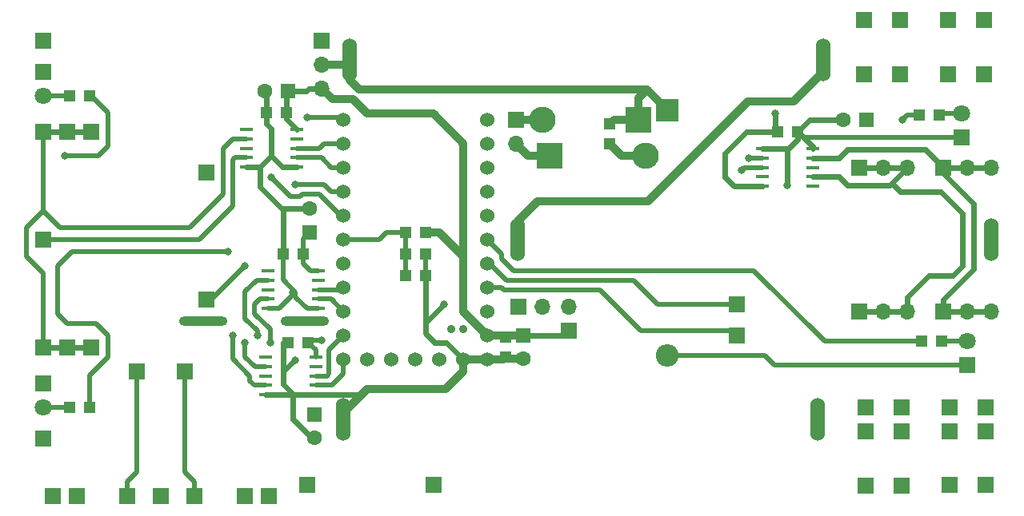
<source format=gbr>
%TF.GenerationSoftware,KiCad,Pcbnew,(5.1.6-0-10_14)*%
%TF.CreationDate,2020-10-26T13:49:44+01:00*%
%TF.ProjectId,bolidjs,626f6c69-646a-4732-9e6b-696361645f70,1.0*%
%TF.SameCoordinates,Original*%
%TF.FileFunction,Copper,L2,Bot*%
%TF.FilePolarity,Positive*%
%FSLAX46Y46*%
G04 Gerber Fmt 4.6, Leading zero omitted, Abs format (unit mm)*
G04 Created by KiCad (PCBNEW (5.1.6-0-10_14)) date 2020-10-26 13:49:44*
%MOMM*%
%LPD*%
G01*
G04 APERTURE LIST*
%TA.AperFunction,ComponentPad*%
%ADD10R,1.700000X1.700000*%
%TD*%
%TA.AperFunction,ComponentPad*%
%ADD11O,5.100000X1.000000*%
%TD*%
%TA.AperFunction,ComponentPad*%
%ADD12C,0.822960*%
%TD*%
%TA.AperFunction,SMDPad,CuDef*%
%ADD13R,1.200000X1.200000*%
%TD*%
%TA.AperFunction,ComponentPad*%
%ADD14O,1.700000X1.700000*%
%TD*%
%TA.AperFunction,ComponentPad*%
%ADD15C,0.914400*%
%TD*%
%TA.AperFunction,ComponentPad*%
%ADD16C,1.524000*%
%TD*%
%TA.AperFunction,ComponentPad*%
%ADD17R,1.600000X1.600000*%
%TD*%
%TA.AperFunction,ComponentPad*%
%ADD18C,1.600000*%
%TD*%
%TA.AperFunction,ComponentPad*%
%ADD19R,1.800000X1.800000*%
%TD*%
%TA.AperFunction,ComponentPad*%
%ADD20C,1.800000*%
%TD*%
%TA.AperFunction,SMDPad,CuDef*%
%ADD21R,1.391399X0.456400*%
%TD*%
%TA.AperFunction,ComponentPad*%
%ADD22O,1.524000X4.572000*%
%TD*%
%TA.AperFunction,ComponentPad*%
%ADD23R,2.400000X2.400000*%
%TD*%
%TA.AperFunction,ComponentPad*%
%ADD24O,2.400000X2.400000*%
%TD*%
%TA.AperFunction,ComponentPad*%
%ADD25R,2.800000X2.800000*%
%TD*%
%TA.AperFunction,ComponentPad*%
%ADD26O,2.800000X2.800000*%
%TD*%
%TA.AperFunction,ViaPad*%
%ADD27C,0.800000*%
%TD*%
%TA.AperFunction,Conductor*%
%ADD28C,0.812800*%
%TD*%
%TA.AperFunction,Conductor*%
%ADD29C,0.609600*%
%TD*%
%TA.AperFunction,Conductor*%
%ADD30C,0.508000*%
%TD*%
G04 APERTURE END LIST*
D10*
%TO.P,J58,1*%
%TO.N,Net-(J37-Pad1)*%
X175895000Y-93980000D03*
%TD*%
%TO.P,J57,1*%
%TO.N,Net-(J32-Pad1)*%
X163195000Y-93980000D03*
%TD*%
%TO.P,J56,1*%
%TO.N,Net-(J56-Pad1)*%
X117475000Y-102235000D03*
%TD*%
%TO.P,J55,1*%
%TO.N,Net-(J55-Pad1)*%
X104140000Y-102235000D03*
%TD*%
%TO.P,J54,1*%
%TO.N,Net-(J40-Pad1)*%
X167005000Y-93980000D03*
%TD*%
%TO.P,J53,1*%
%TO.N,Net-(J52-Pad1)*%
X166878000Y-58674000D03*
%TD*%
%TO.P,J52,1*%
%TO.N,Net-(J52-Pad1)*%
X166878000Y-52959000D03*
%TD*%
%TO.P,J50,1*%
%TO.N,Net-(J49-Pad1)*%
X163068000Y-58674000D03*
%TD*%
%TO.P,J49,1*%
%TO.N,Net-(J49-Pad1)*%
X163068000Y-52959000D03*
%TD*%
%TO.P,J47,1*%
%TO.N,Net-(J46-Pad1)*%
X171958000Y-58674000D03*
%TD*%
%TO.P,J46,1*%
%TO.N,Net-(J46-Pad1)*%
X171958000Y-52959000D03*
%TD*%
%TO.P,J45,1*%
%TO.N,Net-(J44-Pad1)*%
X175768000Y-58674000D03*
%TD*%
%TO.P,J44,1*%
%TO.N,Net-(J44-Pad1)*%
X175768000Y-52959000D03*
%TD*%
%TO.P,J43,1*%
%TO.N,Net-(J38-Pad1)*%
X172085000Y-93980000D03*
%TD*%
%TO.P,J42,1*%
%TO.N,Net-(J37-Pad1)*%
X175895000Y-102235000D03*
%TD*%
%TO.P,J41,1*%
%TO.N,Net-(J40-Pad1)*%
X167005000Y-96520000D03*
%TD*%
%TO.P,J40,1*%
%TO.N,Net-(J40-Pad1)*%
X167005000Y-102311200D03*
%TD*%
%TO.P,J39,1*%
%TO.N,Net-(J38-Pad1)*%
X172085000Y-96520000D03*
%TD*%
%TO.P,J38,1*%
%TO.N,Net-(J38-Pad1)*%
X172085000Y-102235000D03*
%TD*%
%TO.P,J37,1*%
%TO.N,Net-(J37-Pad1)*%
X175895000Y-96520000D03*
%TD*%
%TO.P,J33,1*%
%TO.N,Net-(J32-Pad1)*%
X163195000Y-102313000D03*
%TD*%
%TO.P,J32,1*%
%TO.N,Net-(J32-Pad1)*%
X163195000Y-96520000D03*
%TD*%
%TO.P,J31,1*%
%TO.N,Net-(J3-Pad1)*%
X79756000Y-103378000D03*
%TD*%
%TO.P,J30,1*%
%TO.N,Net-(J3-Pad1)*%
X97536000Y-103378000D03*
%TD*%
D11*
%TO.P,M1,6*%
%TO.N,N/C*%
X103886000Y-84836000D03*
%TO.P,M1,5*%
X93081600Y-84836000D03*
D12*
%TO.P,M1,4*%
%TO.N,Net-(M1-Pad4)*%
X100196000Y-87172800D03*
%TO.P,M1,3*%
%TO.N,Net-(M1-Pad3)*%
X98866000Y-86360000D03*
%TO.P,M1,2*%
%TO.N,Net-(M1-Pad2)*%
X97536000Y-87172800D03*
%TO.P,M1,1*%
%TO.N,Net-(M1-Pad1)*%
X96206000Y-86360000D03*
%TD*%
D13*
%TO.P,R7,1*%
%TO.N,+BATT*%
X136144000Y-63974000D03*
%TO.P,R7,2*%
%TO.N,Net-(D5-Pad2)*%
X136144000Y-66074000D03*
%TD*%
D14*
%TO.P,J14,3*%
%TO.N,Net-(J12-Pad1)*%
X176530000Y-68580000D03*
%TO.P,J14,2*%
X173990000Y-68580000D03*
D10*
%TO.P,J14,1*%
X171450000Y-68580000D03*
%TD*%
D14*
%TO.P,J13,3*%
%TO.N,Net-(J11-Pad1)*%
X167640000Y-68580000D03*
%TO.P,J13,2*%
X165100000Y-68580000D03*
D10*
%TO.P,J13,1*%
X162560000Y-68580000D03*
%TD*%
D14*
%TO.P,J12,3*%
%TO.N,Net-(J12-Pad1)*%
X176530000Y-83820000D03*
%TO.P,J12,2*%
X173990000Y-83820000D03*
D10*
%TO.P,J12,1*%
X171450000Y-83820000D03*
%TD*%
D14*
%TO.P,J11,3*%
%TO.N,Net-(J11-Pad1)*%
X167640000Y-83820000D03*
%TO.P,J11,2*%
X165100000Y-83820000D03*
D10*
%TO.P,J11,1*%
X162560000Y-83820000D03*
%TD*%
D15*
%TO.P,U1,29*%
%TO.N,N/C*%
X119380000Y-85725000D03*
%TO.P,U1,28*%
X120650000Y-85725000D03*
D16*
%TO.P,U1,27*%
%TO.N,/D22*%
X123190000Y-63500000D03*
%TO.P,U1,26*%
%TO.N,/D20*%
X123190000Y-66040000D03*
%TO.P,U1,25*%
%TO.N,/D19*%
X123190000Y-68580000D03*
%TO.P,U1,24*%
%TO.N,/D18*%
X123190000Y-71120000D03*
%TO.P,U1,23*%
%TO.N,/D17*%
X123190000Y-73660000D03*
%TO.P,U1,22*%
%TO.N,/D16*%
X123190000Y-76200000D03*
%TO.P,U1,21*%
%TO.N,/D15*%
X123190000Y-78740000D03*
%TO.P,U1,20*%
%TO.N,/D14*%
X123190000Y-81280000D03*
%TO.P,U1,19*%
%TO.N,VDD*%
X123190000Y-83820000D03*
%TO.P,U1,18*%
%TO.N,VCC*%
X123190000Y-86360000D03*
%TO.P,U1,17*%
%TO.N,GND*%
X123190000Y-88900000D03*
%TO.P,U1,16*%
X120650000Y-88900000D03*
%TO.P,U1,15*%
%TO.N,VCC*%
X118110000Y-88900000D03*
%TO.P,U1,14*%
%TO.N,/D7*%
X115570000Y-88900000D03*
%TO.P,U1,13*%
%TO.N,/D8*%
X113030000Y-88900000D03*
%TO.P,U1,12*%
%TO.N,/D6*%
X110490000Y-88900000D03*
%TO.P,U1,11*%
%TO.N,/D11*%
X107950000Y-88900000D03*
%TO.P,U1,10*%
%TO.N,/D5*%
X107950000Y-86360000D03*
%TO.P,U1,9*%
%TO.N,/D4*%
X107950000Y-83820000D03*
%TO.P,U1,8*%
%TO.N,/D3*%
X107950000Y-81280000D03*
%TO.P,U1,7*%
%TO.N,/D31*%
X107950000Y-78740000D03*
%TO.P,U1,6*%
%TO.N,/D30*%
X107950000Y-76200000D03*
%TO.P,U1,5*%
%TO.N,/D29*%
X107950000Y-73660000D03*
%TO.P,U1,4*%
%TO.N,/D28*%
X107950000Y-71120000D03*
%TO.P,U1,3*%
%TO.N,/D27*%
X107950000Y-68580000D03*
%TO.P,U1,2*%
%TO.N,/D26*%
X107950000Y-66040000D03*
%TO.P,U1,1*%
%TO.N,/D25*%
X107950000Y-63500000D03*
%TD*%
D13*
%TO.P,C3,1*%
%TO.N,VCC*%
X101888000Y-62738000D03*
%TO.P,C3,2*%
%TO.N,GND*%
X99788000Y-62738000D03*
%TD*%
D17*
%TO.P,C4,1*%
%TO.N,VCC*%
X104902000Y-94742000D03*
D18*
%TO.P,C4,2*%
%TO.N,GND*%
X104902000Y-97242000D03*
%TD*%
%TO.P,C5,2*%
%TO.N,GND*%
X160822000Y-63500000D03*
D17*
%TO.P,C5,1*%
%TO.N,VCC*%
X163322000Y-63500000D03*
%TD*%
%TO.P,C6,1*%
%TO.N,VCC*%
X102108000Y-60452000D03*
D18*
%TO.P,C6,2*%
%TO.N,GND*%
X99608000Y-60452000D03*
%TD*%
%TO.P,C7,2*%
%TO.N,GND*%
X104394000Y-72938000D03*
D17*
%TO.P,C7,1*%
%TO.N,VCC*%
X104394000Y-75438000D03*
%TD*%
D18*
%TO.P,C8,2*%
%TO.N,GND*%
X127000000Y-88860000D03*
D17*
%TO.P,C8,1*%
%TO.N,VCC*%
X127000000Y-86360000D03*
%TD*%
D13*
%TO.P,C9,2*%
%TO.N,GND*%
X155990000Y-64770000D03*
%TO.P,C9,1*%
%TO.N,VCC*%
X153890000Y-64770000D03*
%TD*%
%TO.P,C10,1*%
%TO.N,VCC*%
X125095000Y-86580000D03*
%TO.P,C10,2*%
%TO.N,GND*%
X125095000Y-88680000D03*
%TD*%
%TO.P,C11,2*%
%TO.N,GND*%
X102074000Y-87122000D03*
%TO.P,C11,1*%
%TO.N,VCC*%
X104174000Y-87122000D03*
%TD*%
%TO.P,C12,1*%
%TO.N,VCC*%
X103666000Y-77724000D03*
%TO.P,C12,2*%
%TO.N,GND*%
X101566000Y-77724000D03*
%TD*%
%TO.P,C13,2*%
%TO.N,GND*%
X116620000Y-77724000D03*
%TO.P,C13,1*%
%TO.N,/D30*%
X114520000Y-77724000D03*
%TD*%
D19*
%TO.P,D1,1*%
%TO.N,GND*%
X173355000Y-65405000D03*
D20*
%TO.P,D1,2*%
%TO.N,Net-(D1-Pad2)*%
X173355000Y-62865000D03*
%TD*%
%TO.P,D2,2*%
%TO.N,Net-(D2-Pad2)*%
X173990000Y-86995000D03*
D19*
%TO.P,D2,1*%
%TO.N,GND*%
X173990000Y-89535000D03*
%TD*%
%TO.P,D3,1*%
%TO.N,GND*%
X76200000Y-58420000D03*
D20*
%TO.P,D3,2*%
%TO.N,Net-(D3-Pad2)*%
X76200000Y-60960000D03*
%TD*%
%TO.P,D4,2*%
%TO.N,Net-(D4-Pad2)*%
X76200000Y-93980000D03*
D19*
%TO.P,D4,1*%
%TO.N,GND*%
X76200000Y-91440000D03*
%TD*%
D14*
%TO.P,J1,2*%
%TO.N,Net-(D5-Pad1)*%
X126238000Y-66040000D03*
D10*
%TO.P,J1,1*%
%TO.N,GND*%
X126238000Y-63500000D03*
%TD*%
%TO.P,J3,1*%
%TO.N,Net-(J3-Pad1)*%
X100076000Y-103378000D03*
%TD*%
%TO.P,J4,1*%
%TO.N,Net-(J3-Pad1)*%
X77216000Y-103378000D03*
%TD*%
%TO.P,J5,1*%
%TO.N,Net-(J3-Pad1)*%
X88646000Y-103378000D03*
%TD*%
%TO.P,J6,1*%
%TO.N,Net-(J6-Pad1)*%
X86106000Y-90170000D03*
%TD*%
%TO.P,J7,1*%
%TO.N,Net-(J6-Pad1)*%
X85090000Y-103378000D03*
%TD*%
%TO.P,J8,1*%
%TO.N,Net-(J8-Pad1)*%
X92202000Y-103378000D03*
%TD*%
%TO.P,J9,1*%
%TO.N,Net-(J8-Pad1)*%
X91186000Y-90170000D03*
%TD*%
%TO.P,J17,1*%
%TO.N,Net-(J17-Pad1)*%
X81280000Y-87630000D03*
%TD*%
%TO.P,J18,1*%
%TO.N,Net-(J17-Pad1)*%
X76200000Y-87630000D03*
%TD*%
%TO.P,J19,1*%
%TO.N,Net-(J17-Pad1)*%
X78740000Y-87630000D03*
%TD*%
%TO.P,J20,1*%
%TO.N,Net-(J17-Pad1)*%
X81280000Y-64770000D03*
%TD*%
%TO.P,J21,1*%
%TO.N,Net-(J17-Pad1)*%
X78740000Y-64770000D03*
%TD*%
%TO.P,J22,1*%
%TO.N,Net-(J17-Pad1)*%
X76200000Y-64770000D03*
%TD*%
%TO.P,J23,1*%
%TO.N,Net-(J23-Pad1)*%
X76200000Y-76200000D03*
%TD*%
D14*
%TO.P,J24,2*%
%TO.N,GND*%
X131826000Y-83312000D03*
D10*
%TO.P,J24,1*%
%TO.N,VCC*%
X131826000Y-85852000D03*
%TD*%
%TO.P,J25,1*%
%TO.N,/D14*%
X149606000Y-86360000D03*
%TD*%
%TO.P,J26,1*%
%TO.N,/D29*%
X93472000Y-69088000D03*
%TD*%
%TO.P,J27,1*%
%TO.N,/D15*%
X149606000Y-83058000D03*
%TD*%
%TO.P,J28,1*%
%TO.N,/D31*%
X93472000Y-82550000D03*
%TD*%
%TO.P,J34,1*%
%TO.N,Net-(J34-Pad1)*%
X76200000Y-97282000D03*
%TD*%
%TO.P,J35,1*%
%TO.N,Net-(J35-Pad1)*%
X76200000Y-55118000D03*
%TD*%
%TO.P,J36,1*%
%TO.N,VDD*%
X126492000Y-83312000D03*
D14*
%TO.P,J36,2*%
%TO.N,GND*%
X129032000Y-83312000D03*
%TD*%
D13*
%TO.P,R1,2*%
%TO.N,Net-(D1-Pad2)*%
X170976000Y-62992000D03*
%TO.P,R1,1*%
%TO.N,/D17*%
X168876000Y-62992000D03*
%TD*%
%TO.P,R2,1*%
%TO.N,/D16*%
X169130000Y-86995000D03*
%TO.P,R2,2*%
%TO.N,Net-(D2-Pad2)*%
X171230000Y-86995000D03*
%TD*%
%TO.P,R3,2*%
%TO.N,Net-(D3-Pad2)*%
X78960000Y-60960000D03*
%TO.P,R3,1*%
%TO.N,/D25*%
X81060000Y-60960000D03*
%TD*%
%TO.P,R4,1*%
%TO.N,/D28*%
X81060000Y-93980000D03*
%TO.P,R4,2*%
%TO.N,Net-(D4-Pad2)*%
X78960000Y-93980000D03*
%TD*%
%TO.P,R5,2*%
%TO.N,/D30*%
X114520000Y-75438000D03*
%TO.P,R5,1*%
%TO.N,VCC*%
X116620000Y-75438000D03*
%TD*%
%TO.P,R6,1*%
%TO.N,/D30*%
X114520000Y-80010000D03*
%TO.P,R6,2*%
%TO.N,GND*%
X116620000Y-80010000D03*
%TD*%
D10*
%TO.P,S1,1*%
%TO.N,Net-(S1-Pad1)*%
X105664000Y-55118000D03*
D14*
%TO.P,S1,2*%
%TO.N,+BATT*%
X105664000Y-57658000D03*
%TO.P,S1,3*%
%TO.N,VCC*%
X105664000Y-60198000D03*
%TD*%
D21*
%TO.P,U2,1*%
%TO.N,VCC*%
X105013498Y-88677999D03*
%TO.P,U2,2*%
%TO.N,Net-(U2-Pad2)*%
X105013498Y-89677999D03*
%TO.P,U2,3*%
%TO.N,/D5*%
X105013498Y-90678000D03*
%TO.P,U2,4*%
%TO.N,/D11*%
X105013498Y-91678001D03*
%TO.P,U2,5*%
%TO.N,GND*%
X105013498Y-92678001D03*
%TO.P,U2,6*%
X99710502Y-92678001D03*
%TO.P,U2,7*%
%TO.N,Net-(M1-Pad1)*%
X99710502Y-91678001D03*
%TO.P,U2,8*%
%TO.N,Net-(U2-Pad8)*%
X99710502Y-90678000D03*
%TO.P,U2,9*%
%TO.N,Net-(M1-Pad2)*%
X99710502Y-89677999D03*
%TO.P,U2,10*%
%TO.N,Net-(U2-Pad10)*%
X99710502Y-88677999D03*
%TD*%
%TO.P,U3,10*%
%TO.N,Net-(U3-Pad10)*%
X99964502Y-79533999D03*
%TO.P,U3,9*%
%TO.N,Net-(M1-Pad3)*%
X99964502Y-80533999D03*
%TO.P,U3,8*%
%TO.N,Net-(U3-Pad8)*%
X99964502Y-81534000D03*
%TO.P,U3,7*%
%TO.N,Net-(M1-Pad4)*%
X99964502Y-82534001D03*
%TO.P,U3,6*%
%TO.N,GND*%
X99964502Y-83534001D03*
%TO.P,U3,5*%
X105267498Y-83534001D03*
%TO.P,U3,4*%
%TO.N,/D4*%
X105267498Y-82534001D03*
%TO.P,U3,3*%
%TO.N,/D3*%
X105267498Y-81534000D03*
%TO.P,U3,2*%
%TO.N,Net-(U3-Pad2)*%
X105267498Y-80533999D03*
%TO.P,U3,1*%
%TO.N,VCC*%
X105267498Y-79533999D03*
%TD*%
%TO.P,U4,1*%
%TO.N,VCC*%
X152288502Y-70580001D03*
%TO.P,U4,2*%
%TO.N,Net-(U4-Pad2)*%
X152288502Y-69580001D03*
%TO.P,U4,3*%
%TO.N,/D18*%
X152288502Y-68580000D03*
%TO.P,U4,4*%
%TO.N,/D19*%
X152288502Y-67579999D03*
%TO.P,U4,5*%
%TO.N,GND*%
X152288502Y-66579999D03*
%TO.P,U4,6*%
X157591498Y-66579999D03*
%TO.P,U4,7*%
%TO.N,Net-(J12-Pad1)*%
X157591498Y-67579999D03*
%TO.P,U4,8*%
%TO.N,Net-(U4-Pad8)*%
X157591498Y-68580000D03*
%TO.P,U4,9*%
%TO.N,Net-(J11-Pad1)*%
X157591498Y-69580001D03*
%TO.P,U4,10*%
%TO.N,Net-(U4-Pad10)*%
X157591498Y-70580001D03*
%TD*%
%TO.P,U5,10*%
%TO.N,Net-(U5-Pad10)*%
X97678502Y-64547999D03*
%TO.P,U5,9*%
%TO.N,Net-(J17-Pad1)*%
X97678502Y-65547999D03*
%TO.P,U5,8*%
%TO.N,Net-(U5-Pad8)*%
X97678502Y-66548000D03*
%TO.P,U5,7*%
%TO.N,Net-(J23-Pad1)*%
X97678502Y-67548001D03*
%TO.P,U5,6*%
%TO.N,GND*%
X97678502Y-68548001D03*
%TO.P,U5,5*%
X102981498Y-68548001D03*
%TO.P,U5,4*%
%TO.N,/D27*%
X102981498Y-67548001D03*
%TO.P,U5,3*%
%TO.N,/D26*%
X102981498Y-66548000D03*
%TO.P,U5,2*%
%TO.N,Net-(U5-Pad2)*%
X102981498Y-65547999D03*
%TO.P,U5,1*%
%TO.N,VCC*%
X102981498Y-64547999D03*
%TD*%
D22*
%TO.P,BT1,GND@*%
%TO.N,Net-(BT1-PadGND@)*%
X158750000Y-57150000D03*
%TO.P,BT1,PWR@*%
%TO.N,+BATT*%
X108585000Y-57150000D03*
%TD*%
%TO.P,BT2,PWR@*%
%TO.N,Net-(BT1-PadGND@)*%
X126365000Y-76200000D03*
%TO.P,BT2,GND@*%
%TO.N,Net-(BT2-PadGND@)*%
X176530000Y-76200000D03*
%TD*%
%TO.P,BT3,GND@*%
%TO.N,GND*%
X107950000Y-95250000D03*
%TO.P,BT3,PWR@*%
%TO.N,Net-(BT2-PadGND@)*%
X158115000Y-95250000D03*
%TD*%
D23*
%TO.P,C1,+*%
%TO.N,+BATT*%
X142240000Y-62484000D03*
D24*
%TO.P,C1,-*%
%TO.N,GND*%
X142240000Y-88484000D03*
%TD*%
D25*
%TO.P,D5,1*%
%TO.N,Net-(D5-Pad1)*%
X129794000Y-67310000D03*
D26*
%TO.P,D5,2*%
%TO.N,Net-(D5-Pad2)*%
X139954000Y-67310000D03*
%TD*%
D25*
%TO.P,Z1,K*%
%TO.N,+BATT*%
X139192000Y-63500000D03*
D26*
%TO.P,Z1,A*%
%TO.N,GND*%
X129032000Y-63500000D03*
%TD*%
D27*
%TO.N,VCC*%
X153670000Y-62865000D03*
X105664000Y-86868000D03*
%TO.N,GND*%
X154940000Y-70485000D03*
X102870000Y-88988607D03*
X102616000Y-81788000D03*
X118618000Y-83058000D03*
%TO.N,/D31*%
X97536000Y-78994000D03*
%TO.N,/D29*%
X100330000Y-69596000D03*
%TO.N,/D17*%
X167132000Y-63500000D03*
%TO.N,/D25*%
X78486000Y-67310000D03*
X104140000Y-63246000D03*
%TO.N,/D28*%
X95758000Y-77470000D03*
X102870000Y-70358000D03*
%TO.N,/D18*%
X150114000Y-68834000D03*
%TO.N,/D19*%
X150876000Y-67564000D03*
%TD*%
D28*
%TO.N,VCC*%
X124875000Y-86360000D02*
X125095000Y-86580000D01*
X123190000Y-86360000D02*
X124875000Y-86360000D01*
X125315000Y-86360000D02*
X125095000Y-86580000D01*
X127000000Y-86360000D02*
X125315000Y-86360000D01*
D29*
X153670000Y-64550000D02*
X153890000Y-64770000D01*
X153670000Y-62865000D02*
X153670000Y-64550000D01*
X148336000Y-69596000D02*
X149320001Y-70580001D01*
X148336000Y-67056000D02*
X148336000Y-69596000D01*
X149320001Y-70580001D02*
X152288502Y-70580001D01*
X150622000Y-64770000D02*
X148336000Y-67056000D01*
X153890000Y-64770000D02*
X150622000Y-64770000D01*
D30*
X105267498Y-79533999D02*
X104425999Y-79533999D01*
X103666000Y-78774000D02*
X103666000Y-77724000D01*
X104425999Y-79533999D02*
X103666000Y-78774000D01*
X103666000Y-76166000D02*
X104394000Y-75438000D01*
X103666000Y-77724000D02*
X103666000Y-76166000D01*
D29*
X101888000Y-60672000D02*
X102108000Y-60452000D01*
X101888000Y-62738000D02*
X101888000Y-60672000D01*
X102108000Y-60452000D02*
X104013000Y-60452000D01*
X131318000Y-86360000D02*
X131826000Y-85852000D01*
X127000000Y-86360000D02*
X131318000Y-86360000D01*
X101888000Y-63454501D02*
X102981498Y-64547999D01*
X101888000Y-62738000D02*
X101888000Y-63454501D01*
X104267000Y-60198000D02*
X104013000Y-60452000D01*
X105664000Y-60198000D02*
X104267000Y-60198000D01*
D28*
X108962808Y-61337808D02*
X110490000Y-62865000D01*
X117475000Y-62865000D02*
X120650000Y-66040000D01*
X106803808Y-61337808D02*
X108962808Y-61337808D01*
X110490000Y-62865000D02*
X117475000Y-62865000D01*
X120650000Y-83820000D02*
X123190000Y-86360000D01*
X105664000Y-60198000D02*
X106803808Y-61337808D01*
X118110000Y-75438000D02*
X120650000Y-77978000D01*
X116620000Y-75438000D02*
X118110000Y-75438000D01*
X120650000Y-77978000D02*
X120650000Y-83820000D01*
X120650000Y-66040000D02*
X120650000Y-77978000D01*
D30*
X104428000Y-86868000D02*
X104174000Y-87122000D01*
X105664000Y-86868000D02*
X104428000Y-86868000D01*
X105013498Y-87961498D02*
X104174000Y-87122000D01*
X105013498Y-88677999D02*
X105013498Y-87961498D01*
D28*
%TO.N,GND*%
X107950000Y-95250000D02*
X107950000Y-94615000D01*
X107950000Y-94615000D02*
X110490000Y-92075000D01*
X110490000Y-92075000D02*
X118745000Y-92075000D01*
X120650000Y-90170000D02*
X120650000Y-88900000D01*
X118745000Y-92075000D02*
X120650000Y-90170000D01*
X120650000Y-88900000D02*
X123190000Y-88900000D01*
X124875000Y-88900000D02*
X125095000Y-88680000D01*
X123190000Y-88900000D02*
X124875000Y-88900000D01*
X125275000Y-88860000D02*
X125095000Y-88680000D01*
X127000000Y-88860000D02*
X125275000Y-88860000D01*
D29*
X154940000Y-66675000D02*
X154940000Y-70485000D01*
X155990000Y-64770000D02*
X155990000Y-65625000D01*
X155990000Y-65625000D02*
X154940000Y-66675000D01*
X157591498Y-66371498D02*
X155990000Y-64770000D01*
X157591498Y-66579999D02*
X157591498Y-66371498D01*
X154844999Y-66579999D02*
X154940000Y-66675000D01*
X152288502Y-66579999D02*
X154844999Y-66579999D01*
D30*
X156625000Y-65405000D02*
X155990000Y-64770000D01*
X173355000Y-65405000D02*
X156625000Y-65405000D01*
D29*
X101566000Y-91596002D02*
X102647999Y-92678001D01*
X102647999Y-92678001D02*
X99710502Y-92678001D01*
X105013498Y-92678001D02*
X102647999Y-92678001D01*
X109886999Y-92678001D02*
X110490000Y-92075000D01*
X105013498Y-92678001D02*
X109886999Y-92678001D01*
D30*
X101566000Y-77724000D02*
X101566000Y-80484000D01*
X101566000Y-80484000D02*
X102870000Y-81788000D01*
X101123999Y-83534001D02*
X99964502Y-83534001D01*
X102870000Y-81788000D02*
X101123999Y-83534001D01*
X102870000Y-82340202D02*
X102870000Y-81788000D01*
X104063799Y-83534001D02*
X102870000Y-82340202D01*
X105267498Y-83534001D02*
X104063799Y-83534001D01*
D29*
X99788000Y-60632000D02*
X99608000Y-60452000D01*
X99788000Y-62738000D02*
X99788000Y-60632000D01*
X157260000Y-63500000D02*
X155990000Y-64770000D01*
X160822000Y-63500000D02*
X157260000Y-63500000D01*
D30*
X102870000Y-88988607D02*
X101654607Y-90204000D01*
D29*
X101566000Y-90204000D02*
X101566000Y-91596002D01*
D30*
X101654607Y-90204000D02*
X101566000Y-90204000D01*
D29*
X101566000Y-87122000D02*
X101566000Y-90204000D01*
D30*
X116620000Y-80010000D02*
X116620000Y-77724000D01*
X173990000Y-89535000D02*
X153543000Y-89535000D01*
X152492000Y-88484000D02*
X142240000Y-88484000D01*
X153543000Y-89535000D02*
X152492000Y-88484000D01*
D28*
X129032000Y-63500000D02*
X126238000Y-63500000D01*
D29*
X117602000Y-87122000D02*
X116620000Y-86140000D01*
X118872000Y-87122000D02*
X117602000Y-87122000D01*
X120650000Y-88900000D02*
X118872000Y-87122000D01*
X118618000Y-83058000D02*
X116806000Y-84870000D01*
X116620000Y-84870000D02*
X116620000Y-80010000D01*
X116806000Y-84870000D02*
X116620000Y-84870000D01*
X116620000Y-86140000D02*
X116620000Y-84870000D01*
X99788000Y-63974000D02*
X99788000Y-62738000D01*
X100298001Y-64484001D02*
X99788000Y-63974000D01*
X97678502Y-68548001D02*
X99091999Y-68548001D01*
X99091999Y-68548001D02*
X100298001Y-67341999D01*
X100298001Y-67341999D02*
X100298001Y-64484001D01*
X101504003Y-68548001D02*
X100298001Y-67341999D01*
X102981498Y-68548001D02*
X101504003Y-68548001D01*
X104394000Y-72938000D02*
X101386000Y-72938000D01*
X99091999Y-70643999D02*
X99091999Y-68548001D01*
X101386000Y-72938000D02*
X99091999Y-70643999D01*
X101566000Y-73118000D02*
X101386000Y-72938000D01*
X101566000Y-77724000D02*
X101566000Y-73118000D01*
X104902000Y-97242000D02*
X104608000Y-97242000D01*
X104608000Y-97242000D02*
X102616000Y-95250000D01*
X102616000Y-92710000D02*
X102647999Y-92678001D01*
X102616000Y-95250000D02*
X102616000Y-92710000D01*
D30*
%TO.N,/D5*%
X107950000Y-86360000D02*
X106426000Y-87884000D01*
X106217197Y-90678000D02*
X105013498Y-90678000D01*
X106426000Y-90469197D02*
X106217197Y-90678000D01*
X106426000Y-87884000D02*
X106426000Y-90469197D01*
%TO.N,Net-(D1-Pad2)*%
X171103000Y-62865000D02*
X170976000Y-62992000D01*
X173355000Y-62865000D02*
X171103000Y-62865000D01*
%TO.N,Net-(D2-Pad2)*%
X171230000Y-86995000D02*
X173990000Y-86995000D01*
%TO.N,Net-(D3-Pad2)*%
X76200000Y-60960000D02*
X78960000Y-60960000D01*
%TO.N,Net-(D4-Pad2)*%
X76200000Y-93980000D02*
X78960000Y-93980000D01*
%TO.N,Net-(J6-Pad1)*%
X86106000Y-90170000D02*
X86106000Y-100838000D01*
X85090000Y-101854000D02*
X85090000Y-103378000D01*
X86106000Y-100838000D02*
X85090000Y-101854000D01*
%TO.N,Net-(J8-Pad1)*%
X91186000Y-90170000D02*
X91186000Y-100838000D01*
X92202000Y-101854000D02*
X92202000Y-103378000D01*
X91186000Y-100838000D02*
X92202000Y-101854000D01*
D29*
%TO.N,Net-(J11-Pad1)*%
X162560000Y-83820000D02*
X165100000Y-83820000D01*
X165100000Y-83820000D02*
X167640000Y-83820000D01*
X157591498Y-69580001D02*
X160385001Y-69580001D01*
X160385001Y-69580001D02*
X161290000Y-70485000D01*
X161290000Y-70485000D02*
X165735000Y-70485000D01*
X165100000Y-68580000D02*
X167640000Y-68580000D01*
X162560000Y-68580000D02*
X165100000Y-68580000D01*
X166878000Y-71120000D02*
X165989000Y-70231000D01*
X173482000Y-73406000D02*
X171196000Y-71120000D01*
X173482000Y-78994000D02*
X173482000Y-73406000D01*
X169926000Y-80010000D02*
X172466000Y-80010000D01*
X171196000Y-71120000D02*
X166878000Y-71120000D01*
X172466000Y-80010000D02*
X173482000Y-78994000D01*
X167640000Y-82296000D02*
X169926000Y-80010000D01*
X165735000Y-70485000D02*
X165989000Y-70231000D01*
X167640000Y-83820000D02*
X167640000Y-82296000D01*
X165989000Y-70231000D02*
X167640000Y-68580000D01*
D30*
%TO.N,Net-(J17-Pad1)*%
X76200000Y-73152000D02*
X76200000Y-64770000D01*
X76200000Y-87630000D02*
X76200000Y-79756000D01*
X76200000Y-79756000D02*
X74422000Y-77978000D01*
X74422000Y-74930000D02*
X76200000Y-73152000D01*
X74422000Y-77978000D02*
X74422000Y-74930000D01*
D29*
X76200000Y-64770000D02*
X78740000Y-64770000D01*
X81280000Y-64770000D02*
X78740000Y-64770000D01*
X76200000Y-87630000D02*
X78740000Y-87630000D01*
X81280000Y-87630000D02*
X78740000Y-87630000D01*
D30*
X77978000Y-74930000D02*
X76200000Y-73152000D01*
X95250000Y-71374000D02*
X91694000Y-74930000D01*
X96250001Y-65547999D02*
X95250000Y-66548000D01*
X95250000Y-66548000D02*
X95250000Y-71374000D01*
X91694000Y-74930000D02*
X77978000Y-74930000D01*
X97678502Y-65547999D02*
X96250001Y-65547999D01*
%TO.N,Net-(J23-Pad1)*%
X96474803Y-67548001D02*
X96266000Y-67756804D01*
X96266000Y-72644000D02*
X92710000Y-76200000D01*
X96266000Y-67756804D02*
X96266000Y-72644000D01*
X92710000Y-76200000D02*
X90170000Y-76200000D01*
X90170000Y-76200000D02*
X76200000Y-76200000D01*
X97678502Y-67548001D02*
X96474803Y-67548001D01*
%TO.N,/D11*%
X105013498Y-91678001D02*
X106695999Y-91678001D01*
X107950000Y-90424000D02*
X107950000Y-88900000D01*
X106695999Y-91678001D02*
X107950000Y-90424000D01*
%TO.N,/D4*%
X106664001Y-82534001D02*
X107950000Y-83820000D01*
X105267498Y-82534001D02*
X106664001Y-82534001D01*
%TO.N,/D3*%
X107696000Y-81534000D02*
X107950000Y-81280000D01*
X105267498Y-81534000D02*
X107696000Y-81534000D01*
%TO.N,/D31*%
X93980000Y-82550000D02*
X93472000Y-82550000D01*
X97536000Y-78994000D02*
X93980000Y-82550000D01*
%TO.N,/D30*%
X107950000Y-76200000D02*
X111760000Y-76200000D01*
X112522000Y-75438000D02*
X114520000Y-75438000D01*
X111760000Y-76200000D02*
X112522000Y-75438000D01*
X114520000Y-75438000D02*
X114520000Y-77724000D01*
X114520000Y-80010000D02*
X114520000Y-77724000D01*
%TO.N,/D29*%
X107950000Y-73660000D02*
X107696000Y-73660000D01*
X107696000Y-73660000D02*
X105410000Y-71374000D01*
X105410000Y-71374000D02*
X103632000Y-71374000D01*
X103632000Y-71374000D02*
X103378000Y-71628000D01*
X103378000Y-71628000D02*
X102362000Y-71628000D01*
X102362000Y-71628000D02*
X100330000Y-69596000D01*
%TO.N,/D17*%
X168876000Y-62992000D02*
X167640000Y-62992000D01*
X167640000Y-62992000D02*
X167132000Y-63500000D01*
%TO.N,/D16*%
X158877000Y-86995000D02*
X169130000Y-86995000D01*
X151384000Y-79502000D02*
X158877000Y-86995000D01*
X125984000Y-79502000D02*
X151384000Y-79502000D01*
X124714000Y-78232000D02*
X125984000Y-79502000D01*
X124714000Y-77724000D02*
X124714000Y-78232000D01*
X123190000Y-76200000D02*
X124714000Y-77724000D01*
%TO.N,/D15*%
X149606000Y-83058000D02*
X141224000Y-83058000D01*
X141224000Y-83058000D02*
X138684000Y-80518000D01*
X138684000Y-80518000D02*
X125222000Y-80518000D01*
X123444000Y-78740000D02*
X123190000Y-78740000D01*
X125222000Y-80518000D02*
X123444000Y-78740000D01*
%TO.N,/D14*%
X123190000Y-81280000D02*
X124714000Y-81280000D01*
X124714000Y-81280000D02*
X124968000Y-81534000D01*
X124968000Y-81534000D02*
X135128000Y-81534000D01*
X135128000Y-81534000D02*
X139446000Y-85852000D01*
X149098000Y-85852000D02*
X149606000Y-86360000D01*
X139446000Y-85852000D02*
X149098000Y-85852000D01*
D28*
%TO.N,+BATT*%
X142240000Y-62484000D02*
X142240000Y-61976000D01*
X140081000Y-60325000D02*
X142240000Y-62484000D01*
X108585000Y-57150000D02*
X108585000Y-58420000D01*
X139192000Y-61214000D02*
X140081000Y-60325000D01*
X139192000Y-61214000D02*
X139192000Y-63500000D01*
X136618000Y-63500000D02*
X136144000Y-63974000D01*
X139192000Y-63500000D02*
X136618000Y-63500000D01*
X108585000Y-59309000D02*
X108585000Y-57150000D01*
X109601000Y-60325000D02*
X108585000Y-59309000D01*
X140081000Y-60325000D02*
X109601000Y-60325000D01*
X108077000Y-57658000D02*
X108585000Y-57150000D01*
X105664000Y-57658000D02*
X108077000Y-57658000D01*
D30*
%TO.N,/D25*%
X81060000Y-60960000D02*
X81280000Y-60960000D01*
X81280000Y-60960000D02*
X83058000Y-62738000D01*
X83058000Y-62738000D02*
X83058000Y-65509202D01*
X83058000Y-65509202D02*
X83058000Y-66294000D01*
X83058000Y-66294000D02*
X82042000Y-67310000D01*
X82042000Y-67310000D02*
X78486000Y-67310000D01*
X107696000Y-63246000D02*
X107950000Y-63500000D01*
X104140000Y-63246000D02*
X107696000Y-63246000D01*
%TO.N,/D26*%
X105918000Y-66040000D02*
X107950000Y-66040000D01*
X105410000Y-66548000D02*
X105918000Y-66040000D01*
X102981498Y-66548000D02*
X105410000Y-66548000D01*
%TO.N,/D27*%
X102981498Y-67548001D02*
X105648001Y-67548001D01*
X106680000Y-68580000D02*
X107950000Y-68580000D01*
X105648001Y-67548001D02*
X106680000Y-68580000D01*
%TO.N,/D28*%
X106680000Y-71120000D02*
X107950000Y-71120000D01*
X105918000Y-70358000D02*
X106680000Y-71120000D01*
X81060000Y-90644000D02*
X83058000Y-88646000D01*
X102870000Y-70358000D02*
X105918000Y-70358000D01*
X79248000Y-77470000D02*
X95758000Y-77470000D01*
X77724000Y-84074000D02*
X77724000Y-78994000D01*
X78740000Y-85090000D02*
X77724000Y-84074000D01*
X81060000Y-93980000D02*
X81060000Y-90644000D01*
X81788000Y-85090000D02*
X78740000Y-85090000D01*
X83058000Y-88646000D02*
X83058000Y-86360000D01*
X83058000Y-86360000D02*
X81788000Y-85090000D01*
X77724000Y-78994000D02*
X79248000Y-77470000D01*
%TO.N,/D18*%
X150368000Y-68580000D02*
X150114000Y-68834000D01*
X152288502Y-68580000D02*
X150368000Y-68580000D01*
%TO.N,/D19*%
X150891999Y-67579999D02*
X150876000Y-67564000D01*
X152288502Y-67579999D02*
X150891999Y-67579999D01*
D28*
%TO.N,Net-(BT1-PadGND@)*%
X126365000Y-74295000D02*
X126365000Y-76200000D01*
X140208000Y-72136000D02*
X128524000Y-72136000D01*
X150749000Y-61595000D02*
X140208000Y-72136000D01*
X155575000Y-61595000D02*
X150749000Y-61595000D01*
X158750000Y-58420000D02*
X155575000Y-61595000D01*
X128524000Y-72136000D02*
X126365000Y-74295000D01*
X158750000Y-57150000D02*
X158750000Y-58420000D01*
%TO.N,Net-(D5-Pad1)*%
X127508000Y-67310000D02*
X126238000Y-66040000D01*
X129794000Y-67310000D02*
X127508000Y-67310000D01*
%TO.N,Net-(D5-Pad2)*%
X137380000Y-67310000D02*
X136144000Y-66074000D01*
X139954000Y-67310000D02*
X137380000Y-67310000D01*
D29*
%TO.N,Net-(J12-Pad1)*%
X171450000Y-68580000D02*
X171450000Y-69215000D01*
X171450000Y-69215000D02*
X174625000Y-72390000D01*
X174625000Y-72390000D02*
X174625000Y-79375000D01*
X171450000Y-82550000D02*
X171450000Y-83820000D01*
X174625000Y-79375000D02*
X171450000Y-82550000D01*
X171450000Y-68580000D02*
X173990000Y-68580000D01*
X173990000Y-68580000D02*
X176530000Y-68580000D01*
X171450000Y-83820000D02*
X173990000Y-83820000D01*
X173990000Y-83820000D02*
X176530000Y-83820000D01*
X169545000Y-66675000D02*
X171450000Y-68580000D01*
X161290000Y-66675000D02*
X169545000Y-66675000D01*
X160385001Y-67579999D02*
X161290000Y-66675000D01*
X157591498Y-67579999D02*
X160385001Y-67579999D01*
D30*
%TO.N,Net-(M1-Pad1)*%
X98536001Y-91678001D02*
X99710502Y-91678001D01*
X98044000Y-91186000D02*
X98536001Y-91678001D01*
X98044000Y-90678000D02*
X98044000Y-91186000D01*
X96206000Y-88840000D02*
X98044000Y-90678000D01*
X96206000Y-86360000D02*
X96206000Y-88840000D01*
%TO.N,Net-(M1-Pad2)*%
X98567999Y-89677999D02*
X99710502Y-89677999D01*
X97536000Y-88646000D02*
X98567999Y-89677999D01*
X97536000Y-87172800D02*
X97536000Y-88646000D01*
%TO.N,Net-(M1-Pad3)*%
X97536000Y-81758802D02*
X98760803Y-80533999D01*
X97536000Y-84582000D02*
X97536000Y-81758802D01*
X98760803Y-80533999D02*
X99964502Y-80533999D01*
X98866000Y-85912000D02*
X97536000Y-84582000D01*
X98866000Y-86360000D02*
X98866000Y-85912000D01*
%TO.N,Net-(M1-Pad4)*%
X99075999Y-82534001D02*
X99964502Y-82534001D01*
X98552000Y-84074000D02*
X98552000Y-83058000D01*
X100196000Y-85718000D02*
X98552000Y-84074000D01*
X98552000Y-83058000D02*
X99075999Y-82534001D01*
X100196000Y-87172800D02*
X100196000Y-85718000D01*
%TD*%
M02*

</source>
